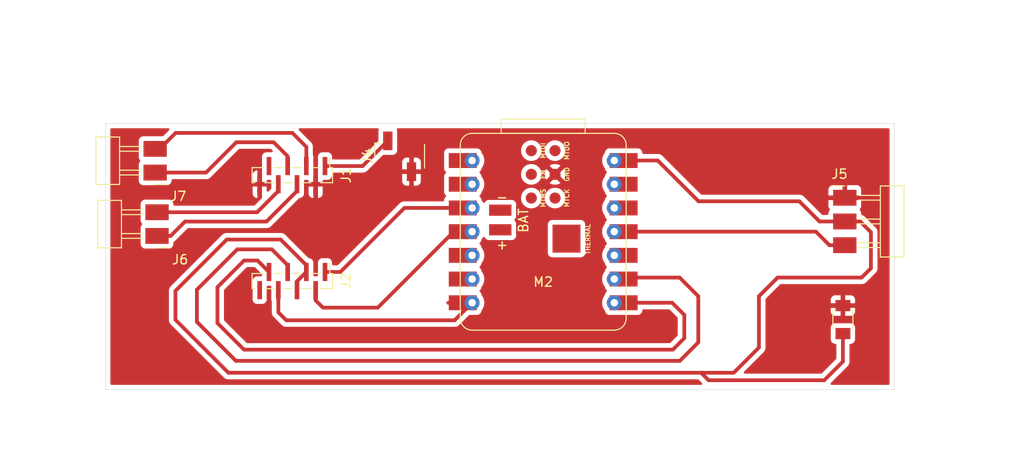
<source format=kicad_pcb>
(kicad_pcb (version 20241229) (generator "pcbnew") (generator_version "9.0")
  (layers (0 "F.Cu" signal) (2 "B.Cu" signal) (13 "F.Paste" user) (15 "B.Paste" user) (5 "F.SilkS" user "F.Silkscreen") (7 "B.SilkS" user "B.Silkscreen") (1 "F.Mask" user) (3 "B.Mask" user) (25 "Edge.Cuts" user))
  (net 0 "")
  (net 1 "GND")
  (net 2 "A2")
  (net 4 "B1")
  (net 5 "A1")
  (net 6 "B2")
  (net 7 "M1")
  (net 9 "DIR")
  (net 10 "PWR_5V")
  (net 11 "STP")
  (net 12 "M0")
  (net 13 "M2")
  (net 16 "HLL")
  (net 32 "PWR_12V")
  (footprint "fab:PinSocket_01x02_P2.54mm_Vertical_SMD" (layer "F.Cu") (at 100 113.5 90)
    (property "Reference" "J4" (at 0 -3.429 90) (layer "F.SilkS"))
    (property "Value" "12V bat")
    (fp_line (start 1.397 -2.667) (end 0 -2.667) (stroke (width 0.12)) (layer "F.SilkS"))
    (fp_line (start 1.397 -2.032) (end 1.397 -2.667) (stroke (width 0.12)) (layer "F.SilkS"))
    (fp_line (start -1.27 2.667) (end 1.27 2.667) (stroke (width 0.12)) (layer "F.SilkS"))
    (pad "1" smd rect (at 1.65 -1.27 90) (size 2 1) (layers "F.Cu" "F.Mask" "F.Paste") (net 32 "PWR_12V"))
    (pad "2" smd rect (at -1.65 1.27 90) (size 2 1) (layers "F.Cu" "F.Mask" "F.Paste") (net 1 "GND"))
  )
  (footprint "Connector_PinSocket_1.00mm:PinSocket_1x08_P1.00mm_Vertical_SMD_Pin1Left" (layer "F.Cu") (at 88.5 126.875 -90)
    (property "Reference" "J2" (at 0 -5.75 90) (layer "F.SilkS"))
    (property "Value" "PinHeader_01x08_P2.54mm_Vertical_THT_D1.4mm")
    (fp_line (start -0.81 4.31) (end 0.81 4.31) (stroke (width 0.12)) (layer "F.SilkS"))
    (fp_line (start 0.81 4.01) (end 0.81 4.31) (stroke (width 0.12)) (layer "F.SilkS"))
    (fp_line (start -0.81 3.01) (end -0.81 4.31) (stroke (width 0.12)) (layer "F.SilkS"))
    (fp_line (start 0.81 2.01) (end 0.81 2.99) (stroke (width 0.12)) (layer "F.SilkS"))
    (fp_line (start -0.81 1.01) (end -0.81 1.99) (stroke (width 0.12)) (layer "F.SilkS"))
    (fp_line (start 0.81 0.01) (end 0.81 0.99) (stroke (width 0.12)) (layer "F.SilkS"))
    (fp_line (start -0.81 -0.99) (end -0.81 -0.01) (stroke (width 0.12)) (layer "F.SilkS"))
    (fp_line (start 0.81 -1.99) (end 0.81 -1.01) (stroke (width 0.12)) (layer "F.SilkS"))
    (fp_line (start -0.81 -2.99) (end -0.81 -2.01) (stroke (width 0.12)) (layer "F.SilkS"))
    (fp_line (start -1.89 -4.01) (end -0.81 -4.01) (stroke (width 0.12)) (layer "F.SilkS"))
    (fp_line (start -0.81 -4.31) (end -0.81 -4.01) (stroke (width 0.12)) (layer "F.SilkS"))
    (fp_line (start -0.81 -4.31) (end 0.81 -4.31) (stroke (width 0.12)) (layer "F.SilkS"))
    (fp_line (start 0.81 -4.31) (end 0.81 -3.01) (stroke (width 0.12)) (layer "F.SilkS"))
    (pad "1" smd rect (at -0.975 -3.5 270) (size 1.95 0.5) (layers "F.Cu" "F.Mask" "F.Paste") (net 9 "DIR"))
    (pad "2" smd rect (at 0.975 -2.5 270) (size 1.95 0.5) (layers "F.Cu" "F.Mask" "F.Paste") (net 11 "STP"))
    (pad "3" smd rect (at -0.975 -1.5 270) (size 1.95 0.5) (layers "F.Cu" "F.Mask" "F.Paste") (net 10 "PWR_5V"))
    (pad "4" smd rect (at 0.975 -0.5 270) (size 1.95 0.5) (layers "F.Cu" "F.Mask" "F.Paste") (net 10 "PWR_5V"))
    (pad "5" smd rect (at -0.975 0.5 270) (size 1.95 0.5) (layers "F.Cu" "F.Mask" "F.Paste") (net 13 "M2"))
    (pad "6" smd rect (at 0.975 1.5 270) (size 1.95 0.5) (layers "F.Cu" "F.Mask" "F.Paste") (net 7 "M1"))
    (pad "7" smd rect (at -0.975 2.5 270) (size 1.95 0.5) (layers "F.Cu" "F.Mask" "F.Paste") (net 12 "M0"))
    (pad "8" smd rect (at 0.975 3.5 270) (size 1.95 0.5) (layers "F.Cu" "F.Mask" "F.Paste"))
  )
  (footprint "fab:PinHeader_01x03_P2.54mm_Horizontal_SMD" (layer "F.Cu") (at 147.7 117.95)
    (property "Reference" "J5" (at -1.524 -2.54 180) (layer "F.SilkS") (effects (justify left)))
    (property "Value" "PinHeader_01x03_P2.54mm_Horizontal_SMD")
    (fp_line (start -1.27 -1.27) (end 0 -1.27) (stroke (width 0.12)) (layer "F.SilkS"))
    (fp_line (start 3.81 -1.27) (end 6.35 -1.27) (stroke (width 0.12)) (layer "F.SilkS"))
    (fp_line (start 3.81 -0.254) (end 1.5 -0.254) (stroke (width 0.12)) (layer "F.SilkS"))
    (fp_line (start 3.81 0.254) (end 1.5 0.254) (stroke (width 0.12)) (layer "F.SilkS"))
    (fp_line (start 3.81 2.286) (end 1.5 2.286) (stroke (width 0.12)) (layer "F.SilkS"))
    (fp_line (start 3.81 2.794) (end 1.5 2.794) (stroke (width 0.12)) (layer "F.SilkS"))
    (fp_line (start 3.81 4.826) (end 1.5 4.826) (stroke (width 0.12)) (layer "F.SilkS"))
    (fp_line (start 3.81 5.334) (end 1.5 5.334) (stroke (width 0.12)) (layer "F.SilkS"))
    (fp_line (start 3.81 6.35) (end 3.81 -1.27) (stroke (width 0.12)) (layer "F.SilkS"))
    (fp_line (start 6.35 -1.27) (end 6.35 6.35) (stroke (width 0.12)) (layer "F.SilkS"))
    (fp_line (start 6.35 6.35) (end 3.81 6.35) (stroke (width 0.12)) (layer "F.SilkS"))
    (pad "1" smd rect (at 0 0) (size 2.5 1.7) (layers "F.Cu" "F.Mask" "F.Paste") (net 1 "GND"))
    (pad "2" smd rect (at 0 2.54) (size 2.5 1.7) (layers "F.Cu" "F.Mask" "F.Paste") (net 10 "PWR_5V"))
    (pad "3" smd rect (at 0 5.08) (size 2.5 1.7) (layers "F.Cu" "F.Mask" "F.Paste") (net 16 "HLL"))
  )
  (footprint "fab:SeeedStudio_XIAO_ESP32C3" (layer "F.Cu") (at 115.38 121.58)
    (property "Reference" "M2" (at 0 5.39 0) (layer "F.SilkS"))
    (property "Value" "Module_XIAO-ESP32C3")
    (fp_line (start -8.8875 9.281) (end -8.8875 -9.261) (stroke (width 0.12)) (layer "F.SilkS"))
    (fp_line (start -7.6175 -10.531) (end 7.6225 -10.531) (stroke (width 0.12)) (layer "F.SilkS"))
    (fp_line (start 7.6225 10.551) (end -7.6175 10.551) (stroke (width 0.12)) (layer "F.SilkS"))
    (fp_line (start 8.8925 -9.261) (end 8.8925 9.281) (stroke (width 0.12)) (layer "F.SilkS"))
    (fp_rect (start -4.4975 -10.531) (end 4.5025 -12.055) (stroke (width 0.12)) (fill no) (layer "F.SilkS"))
    (fp_arc (start -8.8875 -9.261) (mid -8.515526 -10.159026) (end -7.6175 -10.531) (stroke (width 0.12)) (layer "F.SilkS"))
    (fp_arc (start -7.6175 10.551) (mid -8.515526 10.179026) (end -8.8875 9.281) (stroke (width 0.12)) (layer "F.SilkS"))
    (fp_arc (start 7.6225 -10.531) (mid 8.520526 -10.159026) (end 8.8925 -9.261) (stroke (width 0.12)) (layer "F.SilkS"))
    (fp_arc (start 8.8925 9.281) (mid 8.520526 10.179026) (end 7.6225 10.551) (stroke (width 0.12)) (layer "F.SilkS"))
    (fp_text user "MTDO" (at 2.54 -8.68 90) (layer "F.SilkS") (effects (font (size 0.5 0.5) (thickness 0.1) (bold yes))))
    (fp_text user "MTMS" (at 0 -3.6 90) (layer "F.SilkS") (effects (font (size 0.5 0.5) (thickness 0.1) (bold yes))))
    (fp_text user "MTDI" (at 0 -8.68 90) (layer "F.SilkS") (effects (font (size 0.5 0.5) (thickness 0.1) (bold yes))))
    (fp_text user "-" (at -4.4 -3.7 0) (layer "F.SilkS"))
    (fp_text user "MTCK" (at 2.54 -3.6 90) (layer "F.SilkS") (effects (font (size 0.5 0.5) (thickness 0.1) (bold yes))))
    (fp_text user "THERMAL" (at 4.8 0.8 90) (layer "F.SilkS") (effects (font (size 0.5 0.5) (thickness 0.1) (bold yes))))
    (fp_text user "BAT" (at -2.7 -1.2 90) (layer "F.SilkS") (effects (justify top)))
    (fp_text user "EN" (at 0 -6.14 90) (layer "F.SilkS") (effects (font (size 0.5 0.5) (thickness 0.1) (bold yes))))
    (fp_text user "+" (at -4.4 1.4 0) (layer "F.SilkS"))
    (fp_text user "GND" (at 2.54 -6.14 90) (layer "F.SilkS") (effects (font (size 0.5 0.5) (thickness 0.1) (bold yes))))
    (pad "1" thru_hole circle (at -7.615 -7.62) (size 1.6 1.6) (drill 0.8) (layers "*.Cu" "*.Mask"))
    (pad "1" smd rect (at -7.615 -7.62) (size 3 1.6) (drill (offset -1 0)) (layers "F.Cu" "F.Mask" "F.Paste"))
    (pad "2" thru_hole circle (at -7.615 -5.08) (size 1.6 1.6) (drill 0.8) (layers "*.Cu" "*.Mask"))
    (pad "2" smd rect (at -7.615 -5.08) (size 3 1.6) (drill (offset -1 0)) (layers "F.Cu" "F.Mask" "F.Paste"))
    (pad "3" thru_hole circle (at -7.615 -2.54) (size 1.6 1.6) (drill 0.8) (layers "*.Cu" "*.Mask") (net 9 "DIR"))
    (pad "3" smd rect (at -7.615 -2.54) (size 3 1.6) (drill (offset -1 0)) (layers "F.Cu" "F.Mask" "F.Paste") (net 9 "DIR"))
    (pad "4" thru_hole circle (at -7.615 0) (size 1.6 1.6) (drill 0.8) (layers "*.Cu" "*.Mask") (net 11 "STP"))
    (pad "4" smd rect (at -7.615 0) (size 3 1.6) (drill (offset -1 0)) (layers "F.Cu" "F.Mask" "F.Paste") (net 11 "STP"))
    (pad "5" thru_hole circle (at -7.615 2.54) (size 1.6 1.6) (drill 0.8) (layers "*.Cu" "*.Mask"))
    (pad "5" smd rect (at -7.615 2.54) (size 3 1.6) (drill (offset -1 0)) (layers "F.Cu" "F.Mask" "F.Paste"))
    (pad "6" thru_hole circle (at -7.615 5.08) (size 1.6 1.6) (drill 0.8) (layers "*.Cu" "*.Mask"))
    (pad "6" smd rect (at -7.615 5.08) (size 3 1.6) (drill (offset -1 0)) (layers "F.Cu" "F.Mask" "F.Paste"))
    (pad "7" thru_hole circle (at -7.615 7.62) (size 1.6 1.6) (drill 0.8) (layers "*.Cu" "*.Mask") (net 7 "M1"))
    (pad "7" smd rect (at -7.615 7.62) (size 3 1.6) (drill (offset -1 0)) (layers "F.Cu" "F.Mask" "F.Paste") (net 7 "M1"))
    (pad "8" thru_hole circle (at 7.62 7.62) (size 1.6 1.6) (drill 0.8) (layers "*.Cu" "*.Mask") (net 12 "M0"))
    (pad "8" smd rect (at 7.62 7.62) (size 3 1.6) (drill (offset 1 0)) (layers "F.Cu" "F.Mask" "F.Paste") (net 12 "M0"))
    (pad "9" thru_hole circle (at 7.62 5.08) (size 1.6 1.6) (drill 0.8) (layers "*.Cu" "*.Mask") (net 13 "M2"))
    (pad "9" smd rect (at 7.62 5.08) (size 3 1.6) (drill (offset 1 0)) (layers "F.Cu" "F.Mask" "F.Paste") (net 13 "M2"))
    (pad "10" thru_hole circle (at 7.62 2.54) (size 1.6 1.6) (drill 0.8) (layers "*.Cu" "*.Mask"))
    (pad "10" smd rect (at 7.62 2.54) (size 3 1.6) (drill (offset 1 0)) (layers "F.Cu" "F.Mask" "F.Paste"))
    (pad "11" thru_hole circle (at 7.62 0) (size 1.6 1.6) (drill 0.8) (layers "*.Cu" "*.Mask") (net 16 "HLL"))
    (pad "11" smd rect (at 7.62 0) (size 3 1.6) (drill (offset 1 0)) (layers "F.Cu" "F.Mask" "F.Paste") (net 16 "HLL"))
    (pad "12" thru_hole circle (at 7.62 -2.54) (size 1.6 1.6) (drill 0.8) (layers "*.Cu" "*.Mask"))
    (pad "12" smd rect (at 7.62 -2.54) (size 3 1.6) (drill (offset 1 0)) (layers "F.Cu" "F.Mask" "F.Paste"))
    (pad "13" thru_hole circle (at 7.62 -5.08) (size 1.6 1.6) (drill 0.8) (layers "*.Cu" "*.Mask"))
    (pad "13" smd rect (at 7.62 -5.08) (size 3 1.6) (drill (offset 1 0)) (layers "F.Cu" "F.Mask" "F.Paste"))
    (pad "14" thru_hole circle (at 7.62 -7.62) (size 1.6 1.6) (drill 0.8) (layers "*.Cu" "*.Mask") (net 10 "PWR_5V"))
    (pad "14" smd rect (at 7.62 -7.62) (size 3 1.6) (drill (offset 1 0)) (layers "F.Cu" "F.Mask" "F.Paste") (net 10 "PWR_5V"))
    (pad "15" smd rect (at -4.6 -2.3) (size 2.4 1.2) (layers "F.Cu" "F.Mask" "F.Paste"))
    (pad "16" smd rect (at -4.6 -0.2) (size 2.4 1.2) (layers "F.Cu" "F.Mask" "F.Paste"))
    (pad "17" smd circle (at -1.27 -8.68) (size 1.2 1.2) (layers "F.Cu" "F.Mask" "F.Paste"))
    (pad "18" smd circle (at -1.27 -6.14) (size 1.2 1.2) (layers "F.Cu" "F.Mask" "F.Paste"))
    (pad "19" smd circle (at -1.27 -3.6) (size 1.2 1.2) (layers "F.Cu" "F.Mask" "F.Paste"))
    (pad "20" smd circle (at 1.27 -3.6) (size 1.2 1.2) (layers "F.Cu" "F.Mask" "F.Paste"))
    (pad "21" smd circle (at 1.27 -6.14) (size 1.2 1.2) (layers "F.Cu" "F.Mask" "F.Paste") (net 1 "GND"))
    (pad "22" smd circle (at 1.27 -8.68) (size 1.2 1.2) (layers "F.Cu" "F.Mask" "F.Paste"))
    (pad "23" smd rect (at 2.5 0.75) (size 3 3) (layers "F.Cu" "F.Mask" "F.Paste"))
  )
  (footprint "fab:PinHeader_01x02_P2.54mm_Horizontal_SMD" (layer "F.Cu") (at 74 122.04 180)
    (property "Reference" "J6" (at -1.524 -2.54 0) (layer "F.SilkS") (effects (justify left)))
    (property "Value" "PinHeader_01x02_P2.54mm_Horizontal_SMD")
    (fp_line (start 6.35 3.81) (end 3.81 3.81) (stroke (width 0.12)) (layer "F.SilkS"))
    (fp_line (start 6.35 -1.27) (end 6.35 3.81) (stroke (width 0.12)) (layer "F.SilkS"))
    (fp_line (start 3.81 3.81) (end 3.81 -1.27) (stroke (width 0.12)) (layer "F.SilkS"))
    (fp_line (start 3.81 2.794) (end 1.5 2.794) (stroke (width 0.12)) (layer "F.SilkS"))
    (fp_line (start 3.81 2.286) (end 1.5 2.286) (stroke (width 0.12)) (layer "F.SilkS"))
    (fp_line (start 3.81 0.254) (end 1.5 0.254) (stroke (width 0.12)) (layer "F.SilkS"))
    (fp_line (start 3.81 -0.254) (end 1.5 -0.254) (stroke (width 0.12)) (layer "F.SilkS"))
    (fp_line (start 3.81 -1.27) (end 6.35 -1.27) (stroke (width 0.12)) (layer "F.SilkS"))
    (fp_line (start -1.27 -1.27) (end 0 -1.27) (stroke (width 0.12)) (layer "F.SilkS"))
    (pad "1" smd rect (at 0 0 180) (size 2.5 1.7) (layers "F.Cu" "F.Mask" "F.Paste") (net 4 "B1"))
    (pad "2" smd rect (at 0 2.54 180) (size 2.5 1.7) (layers "F.Cu" "F.Mask" "F.Paste") (net 2 "A2"))
  )
  (footprint "Connector_PinSocket_1.00mm:PinSocket_1x08_P1.00mm_Vertical_SMD_Pin1Left" (layer "F.Cu") (at 88.5 115.525 -90)
    (property "Reference" "J1" (at 0 -5.75 90) (layer "F.SilkS"))
    (property "Value" "PinHeader_01x08_P2.54mm_Vertical_THT_D1.4mm")
    (fp_line (start -0.81 4.31) (end 0.81 4.31) (stroke (width 0.12)) (layer "F.SilkS"))
    (fp_line (start 0.81 4.01) (end 0.81 4.31) (stroke (width 0.12)) (layer "F.SilkS"))
    (fp_line (start -0.81 3.01) (end -0.81 4.31) (stroke (width 0.12)) (layer "F.SilkS"))
    (fp_line (start 0.81 2.01) (end 0.81 2.99) (stroke (width 0.12)) (layer "F.SilkS"))
    (fp_line (start -0.81 1.01) (end -0.81 1.99) (stroke (width 0.12)) (layer "F.SilkS"))
    (fp_line (start 0.81 0.01) (end 0.81 0.99) (stroke (width 0.12)) (layer "F.SilkS"))
    (fp_line (start -0.81 -0.99) (end -0.81 -0.01) (stroke (width 0.12)) (layer "F.SilkS"))
    (fp_line (start 0.81 -1.99) (end 0.81 -1.01) (stroke (width 0.12)) (layer "F.SilkS"))
    (fp_line (start -0.81 -2.99) (end -0.81 -2.01) (stroke (width 0.12)) (layer "F.SilkS"))
    (fp_line (start -1.89 -4.01) (end -0.81 -4.01) (stroke (width 0.12)) (layer "F.SilkS"))
    (fp_line (start -0.81 -4.31) (end -0.81 -4.01) (stroke (width 0.12)) (layer "F.SilkS"))
    (fp_line (start -0.81 -4.31) (end 0.81 -4.31) (stroke (width 0.12)) (layer "F.SilkS"))
    (fp_line (start 0.81 -4.31) (end 0.81 -3.01) (stroke (width 0.12)) (layer "F.SilkS"))
    (pad "1" smd rect (at -0.975 -3.5 270) (size 1.95 0.5) (layers "F.Cu" "F.Mask" "F.Paste") (net 32 "PWR_12V"))
    (pad "2" smd rect (at 0.975 -2.5 270) (size 1.95 0.5) (layers "F.Cu" "F.Mask" "F.Paste") (net 1 "GND"))
    (pad "3" smd rect (at -0.975 -1.5 270) (size 1.95 0.5) (layers "F.Cu" "F.Mask" "F.Paste") (net 6 "B2"))
    (pad "4" smd rect (at 0.975 -0.5 270) (size 1.95 0.5) (layers "F.Cu" "F.Mask" "F.Paste") (net 4 "B1"))
    (pad "5" smd rect (at -0.975 0.5 270) (size 1.95 0.5) (layers "F.Cu" "F.Mask" "F.Paste") (net 5 "A1"))
    (pad "6" smd rect (at 0.975 1.5 270) (size 1.95 0.5) (layers "F.Cu" "F.Mask" "F.Paste") (net 2 "A2"))
    (pad "7" smd rect (at -0.975 2.5 270) (size 1.95 0.5) (layers "F.Cu" "F.Mask" "F.Paste"))
    (pad "8" smd rect (at 0.975 3.5 270) (size 1.95 0.5) (layers "F.Cu" "F.Mask" "F.Paste") (net 1 "GND"))
  )
  (footprint "fab:PinHeader_01x02_P2.54mm_Horizontal_SMD" (layer "F.Cu") (at 73.8 115.25 180)
    (property "Reference" "J7" (at -1.524 -2.54 0) (layer "F.SilkS") (effects (justify left)))
    (property "Value" "PinHeader_01x02_P2.54mm_Horizontal_SMD")
    (fp_line (start 6.35 3.81) (end 3.81 3.81) (stroke (width 0.12)) (layer "F.SilkS"))
    (fp_line (start 6.35 -1.27) (end 6.35 3.81) (stroke (width 0.12)) (layer "F.SilkS"))
    (fp_line (start 3.81 3.81) (end 3.81 -1.27) (stroke (width 0.12)) (layer "F.SilkS"))
    (fp_line (start 3.81 2.794) (end 1.5 2.794) (stroke (width 0.12)) (layer "F.SilkS"))
    (fp_line (start 3.81 2.286) (end 1.5 2.286) (stroke (width 0.12)) (layer "F.SilkS"))
    (fp_line (start 3.81 0.254) (end 1.5 0.254) (stroke (width 0.12)) (layer "F.SilkS"))
    (fp_line (start 3.81 -0.254) (end 1.5 -0.254) (stroke (width 0.12)) (layer "F.SilkS"))
    (fp_line (start 3.81 -1.27) (end 6.35 -1.27) (stroke (width 0.12)) (layer "F.SilkS"))
    (fp_line (start -1.27 -1.27) (end 0 -1.27) (stroke (width 0.12)) (layer "F.SilkS"))
    (pad "1" smd rect (at 0 0 180) (size 2.5 1.7) (layers "F.Cu" "F.Mask" "F.Paste") (net 5 "A1"))
    (pad "2" smd rect (at 0 2.54 180) (size 2.5 1.7) (layers "F.Cu" "F.Mask" "F.Paste") (net 6 "B2"))
  )
  (footprint "fab:C_1206" (layer "F.Cu") (at 147.5 131 90)
    (property "Reference" "C1" (hide yes))
    (property "Value" "C_1206")
    (fp_line (start -1 -1.07) (end 1 -1.07) (stroke (width 0.12)) (layer "F.SilkS"))
    (fp_line (start 1 1.07) (end -1 1.07) (stroke (width 0.12)) (layer "F.SilkS"))
    (pad "1" smd rect (at -1.5 0 90) (size 1.2 1.6) (layers "F.Cu" "F.Mask" "F.Paste") (net 10 "PWR_5V"))
    (pad "2" smd rect (at 1.5 0 90) (size 1.2 1.6) (layers "F.Cu" "F.Mask" "F.Paste") (net 1 "GND"))
  )
  (gr_rect (start 68.5 110) (end 153 138.5) (stroke (width 0.05)) (fill no) (layer "Edge.Cuts"))
  (segment (start 84.725 119.5) (end 87 117.225) (width 0.4) (layer "F.Cu") (net 2))
  (segment (start 74 119.5) (end 84.725 119.5) (width 0.4) (layer "F.Cu") (net 2))
  (segment (start 87 117.225) (end 87 116.5) (width 0.4) (layer "F.Cu") (net 2))
  (segment (start 89 117.225) (end 89 116.5) (width 0.4) (layer "F.Cu") (net 4))
  (segment (start 85.725 120.5) (end 89 117.225) (width 0.4) (layer "F.Cu") (net 4))
  (segment (start 75.46 122.04) (end 77 120.5) (width 0.4) (layer "F.Cu") (net 4))
  (segment (start 77 120.5) (end 85.725 120.5) (width 0.4) (layer "F.Cu") (net 4))
  (segment (start 74 122.04) (end 75.46 122.04) (width 0.4) (layer "F.Cu") (net 4))
  (segment (start 88 114.55) (end 88 113.5) (width 0.4) (layer "F.Cu") (net 5))
  (segment (start 86.5 112) (end 82.5 112) (width 0.4) (layer "F.Cu") (net 5))
  (segment (start 79.25 115.25) (end 82.5 112) (width 0.4) (layer "F.Cu") (net 5))
  (segment (start 73.8 115.25) (end 79.25 115.25) (width 0.4) (layer "F.Cu") (net 5))
  (segment (start 88 113.5) (end 86.5 112) (width 0.4) (layer "F.Cu") (net 5))
  (segment (start 88.5 111) (end 76 111) (width 0.4) (layer "F.Cu") (net 6))
  (segment (start 90 112.5) (end 88.5 111) (width 0.4) (layer "F.Cu") (net 6))
  (segment (start 74.29 112.71) (end 73.8 112.71) (width 0.4) (layer "F.Cu") (net 6))
  (segment (start 76 111) (end 74.29 112.71) (width 0.4) (layer "F.Cu") (net 6))
  (segment (start 90 114.55) (end 90 112.5) (width 0.4) (layer "F.Cu") (net 6))
  (segment (start 87.851 131.076) (end 105.889 131.076) (width 0.4) (layer "F.Cu") (net 7))
  (segment (start 87 130.225) (end 87.851 131.076) (width 0.4) (layer "F.Cu") (net 7))
  (segment (start 105.889 131.076) (end 107.765 129.2) (width 0.4) (layer "F.Cu") (net 7))
  (segment (start 105.2 129.2) (end 107.765 129.2) (width 0.4) (layer "F.Cu") (net 7))
  (segment (start 87 127.85) (end 87 130.225) (width 0.4) (layer "F.Cu") (net 7))
  (segment (start 93.65 125.9) (end 100.51 119.04) (width 0.4) (layer "F.Cu") (net 9))
  (segment (start 100.51 119.04) (end 107.765 119.04) (width 0.4) (layer "F.Cu") (net 9))
  (segment (start 92 125.9) (end 93.65 125.9) (width 0.4) (layer "F.Cu") (net 9))
  (segment (start 149.35 120.49) (end 147.7 120.49) (width 0.4) (layer "F.Cu") (net 10))
  (segment (start 150.5 121.64) (end 149.35 120.49) (width 0.4) (layer "F.Cu") (net 10))
  (segment (start 90 125.175) (end 87.25 122.425) (width 0.4) (layer "F.Cu") (net 10))
  (segment (start 142.825 118.325) (end 144.99 120.49) (width 0.4) (layer "F.Cu") (net 10))
  (segment (start 133.1 137.5) (end 132.3 136.7) (width 0.4) (layer "F.Cu") (net 10))
  (segment (start 127.66 113.96) (end 132.025 118.325) (width 0.4) (layer "F.Cu") (net 10))
  (segment (start 123 113.96) (end 127.66 113.96) (width 0.4) (layer "F.Cu") (net 10))
  (segment (start 81.475 122.425) (end 75.975 127.925) (width 0.4) (layer "F.Cu") (net 10))
  (segment (start 138.5 128.5) (end 140.5 126.5) (width 0.4) (layer "F.Cu") (net 10))
  (segment (start 149.5 126.5) (end 150.5 125.5) (width 0.4) (layer "F.Cu") (net 10))
  (segment (start 132.3 136.7) (end 135.8 136.7) (width 0.4) (layer "F.Cu") (net 10))
  (segment (start 90 125.9) (end 90 125.175) (width 0.4) (layer "F.Cu") (net 10))
  (segment (start 135.8 136.7) (end 138.5 134) (width 0.4) (layer "F.Cu") (net 10))
  (segment (start 75.975 131.025) (end 81.65 136.7) (width 0.4) (layer "F.Cu") (net 10))
  (segment (start 150.5 125.5) (end 150.5 121.64) (width 0.4) (layer "F.Cu") (net 10))
  (segment (start 138.5 134) (end 138.5 128.5) (width 0.4) (layer "F.Cu") (net 10))
  (segment (start 132.025 118.325) (end 142.825 118.325) (width 0.4) (layer "F.Cu") (net 10))
  (segment (start 81.65 136.7) (end 132.3 136.7) (width 0.4) (layer "F.Cu") (net 10))
  (segment (start 147.5 135.5) (end 145.5 137.5) (width 0.4) (layer "F.Cu") (net 10))
  (segment (start 89 127.85) (end 89 126.9) (width 0.4) (layer "F.Cu") (net 10))
  (segment (start 75.975 127.925) (end 75.975 131.025) (width 0.4) (layer "F.Cu") (net 10))
  (segment (start 147.5 132.5) (end 147.5 135.5) (width 0.4) (layer "F.Cu") (net 10))
  (segment (start 145.5 137.5) (end 133.1 137.5) (width 0.4) (layer "F.Cu") (net 10))
  (segment (start 147.7 120.49) (end 144.99 120.49) (width 0.4) (layer "F.Cu") (net 10))
  (segment (start 89 126.9) (end 90 125.9) (width 0.4) (layer "F.Cu") (net 10))
  (segment (start 87.25 122.425) (end 81.475 122.425) (width 0.4) (layer "F.Cu") (net 10))
  (segment (start 140.5 126.5) (end 149.5 126.5) (width 0.4) (layer "F.Cu") (net 10))
  (segment (start 105.803 121.58) (end 107.765 121.58) (width 0.4) (layer "F.Cu") (net 11))
  (segment (start 97.658 129.725) (end 105.803 121.58) (width 0.4) (layer "F.Cu") (net 11))
  (segment (start 91 128.95) (end 91.775 129.725) (width 0.4) (layer "F.Cu") (net 11))
  (segment (start 91 127.85) (end 91 128.95) (width 0.4) (layer "F.Cu") (net 11))
  (segment (start 91.775 129.725) (end 97.658 129.725) (width 0.4) (layer "F.Cu") (net 11))
  (segment (start 130.5 130.5) (end 130.5 133) (width 0.4) (layer "F.Cu") (net 12))
  (segment (start 83.325 124.675) (end 84.775 124.675) (width 0.4) (layer "F.Cu") (net 12))
  (segment (start 83.325 134.225) (end 80.475 131.375) (width 0.4) (layer "F.Cu") (net 12))
  (segment (start 123 129.2) (end 129.2 129.2) (width 0.4) (layer "F.Cu") (net 12))
  (segment (start 130.5 133) (end 129.275 134.225) (width 0.4) (layer "F.Cu") (net 12))
  (segment (start 80.475 127.525) (end 83.325 124.675) (width 0.4) (layer "F.Cu") (net 12))
  (segment (start 129.275 134.225) (end 83.325 134.225) (width 0.4) (layer "F.Cu") (net 12))
  (segment (start 84.775 124.675) (end 86 125.9) (width 0.4) (layer "F.Cu") (net 12))
  (segment (start 80.475 131.375) (end 80.475 127.525) (width 0.4) (layer "F.Cu") (net 12))
  (segment (start 129.2 129.2) (end 130.5 130.5) (width 0.4) (layer "F.Cu") (net 12))
  (segment (start 88 125.175) (end 86.3 123.475) (width 0.4) (layer "F.Cu") (net 13))
  (segment (start 88 125.9) (end 88 125.175) (width 0.4) (layer "F.Cu") (net 13))
  (segment (start 130 126.5) (end 123.16 126.5) (width 0.4) (layer "F.Cu") (net 13))
  (segment (start 82.45 135.425) (end 130.025 135.425) (width 0.4) (layer "F.Cu") (net 13))
  (segment (start 78.275 131.25) (end 82.45 135.425) (width 0.4) (layer "F.Cu") (net 13))
  (segment (start 78.275 127.8) (end 78.275 131.25) (width 0.4) (layer "F.Cu") (net 13))
  (segment (start 130.025 135.425) (end 132 133.45) (width 0.4) (layer "F.Cu") (net 13))
  (segment (start 86.3 123.475) (end 82.6 123.475) (width 0.4) (layer "F.Cu") (net 13))
  (segment (start 132 133.45) (end 132 128.5) (width 0.4) (layer "F.Cu") (net 13))
  (segment (start 82.6 123.475) (end 78.275 127.8) (width 0.4) (layer "F.Cu") (net 13))
  (segment (start 123.16 126.5) (end 123 126.66) (width 0.4) (layer "F.Cu") (net 13))
  (segment (start 132 128.5) (end 130 126.5) (width 0.4) (layer "F.Cu") (net 13))
  (segment (start 146.05 123.03) (end 144.6 121.58) (width 0.4) (layer "F.Cu") (net 16))
  (segment (start 144.6 121.58) (end 123 121.58) (width 0.4) (layer "F.Cu") (net 16))
  (segment (start 147.7 123.03) (end 146.05 123.03) (width 0.4) (layer "F.Cu") (net 16))
  (segment (start 92 114.55) (end 96.03 114.55) (width 0.4) (layer "F.Cu") (net 32))
  (segment (start 96.03 114.55) (end 98.73 111.85) (width 0.4) (layer "F.Cu") (net 32))
  (zone (net 1) (net_name "GND") (layer "F.Cu") (connect_pads (clearance 0.5)) (min_thickness 0.25) (fill yes (thermal_gap 0.5) (thermal_bridge_width 0.5))
    (polygon (pts (xy 68.5 110) (xy 153 110) (xy 153 138.5) (xy 68.5 138.5)))
  )
)
</source>
